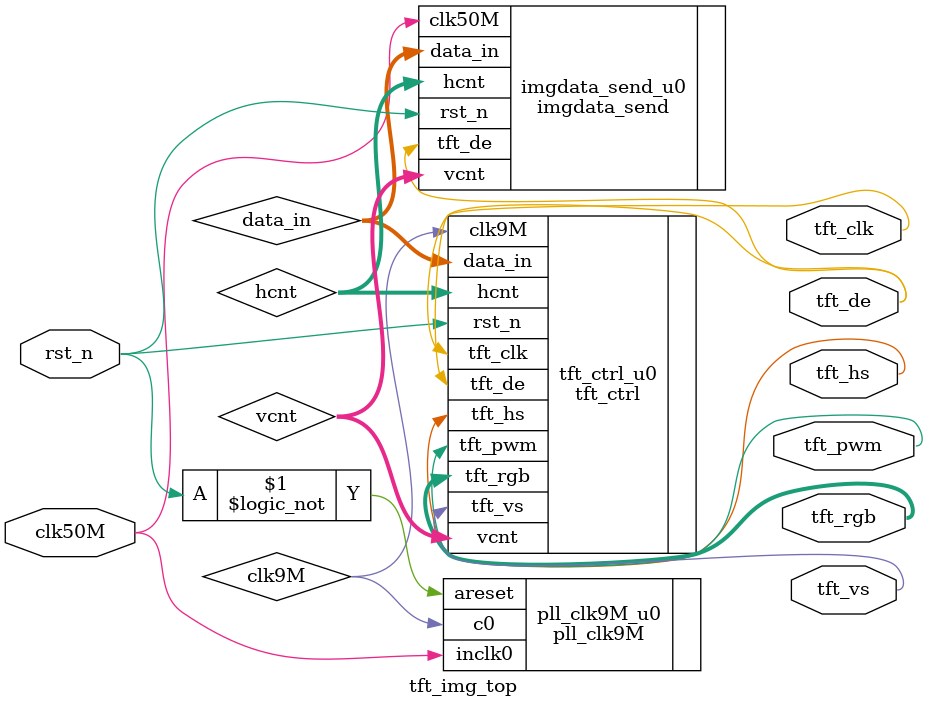
<source format=v>
module tft_img_top(
	clk50M,
	rst_n,
	
	tft_rgb,
	tft_hs,
	tft_vs,
	tft_clk,
	tft_de,
	tft_pwm
);

	input clk50M;
	input rst_n;
	
	output [15:0] tft_rgb;
	output tft_hs;
	output tft_vs;
	output tft_clk;
	output tft_de;
	output tft_pwm;
	
	wire clk9M;
	wire [9:0] hcnt;
	wire [9:0] vcnt;
	wire [15:0] data_in;
	
	pll_clk9M pll_clk9M_u0(
		.areset(!rst_n),
		.inclk0(clk50M),
		.c0(clk9M)
	);
	
	tft_ctrl tft_ctrl_u0(
		.clk9M(clk9M),
		.rst_n(rst_n),
		.data_in(data_in),
		
		.hcnt(hcnt),
		.vcnt(vcnt),
		.tft_rgb(tft_rgb),
		.tft_hs(tft_hs),
		.tft_vs(tft_vs),
		.tft_clk(tft_clk),
		.tft_de(tft_de),
		.tft_pwm(tft_pwm)
	);
	
	imgdata_send imgdata_send_u0(
		.clk50M(clk50M),
		.rst_n(rst_n),
		.tft_de(tft_de),
		.hcnt(hcnt),
		.vcnt(vcnt),
		
		.data_in(data_in)
	);

endmodule 
</source>
